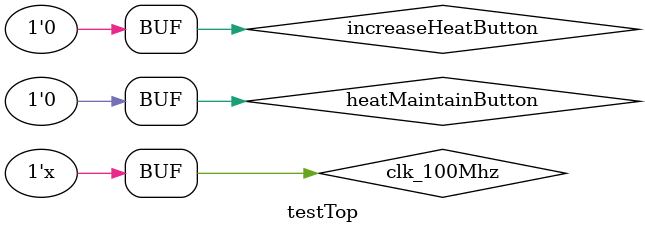
<source format=v>
`timescale 1ns / 1ps


module testTop;

localparam tempDelta = 7'b0000001;

reg clk_100Mhz = 0;
reg increaseHeatButton = 0;
reg heatMaintainButton = 0;
reg [6:0] temperatureSensorData = 0;
wire enableHeater;
wire enableBuzzer;
wire [2:0] displayNumber;
wire [6:0] ledsOutput;

initial begin
    #100000000 increaseHeatButton = 0;
    #100000000 increaseHeatButton = 0;
    #1 increaseHeatButton = 1;
    #1 heatMaintainButton = 1;
    #100000000 increaseHeatButton = 0;
    #100000000 heatMaintainButton = 0;
    //#1000000000increaseHeatButton = 0;
    //#1000000000 increaseHeatButton = 0;
    #1 increaseHeatButton = 1;
    #100000000 increaseHeatButton = 0;
    
    #100000000 increaseHeatButton = 0;
    #100000000 increaseHeatButton = 0;
    /*
    //#100000000 increaseHeatButton = 0;
    #100000000 increaseHeatButton = 0;
    #1 increaseHeatButton = 1;
    #100000000 increaseHeatButton = 0;
    #100000000 increaseHeatButton = 0;
    //#100000000 increaseHeatButton = 0;
    #100000000 increaseHeatButton = 0;
    #1 increaseHeatButton = 1;
    #1000000000increaseHeatButton = 0;
    */
end

always
    #5 clk_100Mhz = ~clk_100Mhz;

always @(posedge clk_100Mhz) begin
    if(enableHeater)
       #50000000 temperatureSensorData = temperatureSensorData + tempDelta;
    else if ( temperatureSensorData > 0)
       #500000000 temperatureSensorData = temperatureSensorData - tempDelta;     
 end
 
top top1(clk_100Mhz, increaseHeatButton, heatMaintainButton, temperatureSensorData, enableHeater, enableBuzzer,displayNumber, ledsOutput);
/*
    input clk_100Mhz,
      input increaseHeatButton,
      input heatMaintainButton,
      input [6:0] temperatureSensorData,
      output enableHeater,
      output enableBuzzer,
      output [2:0] displayNumber,
      output [6:0] ledsOutput
*/
endmodule

</source>
